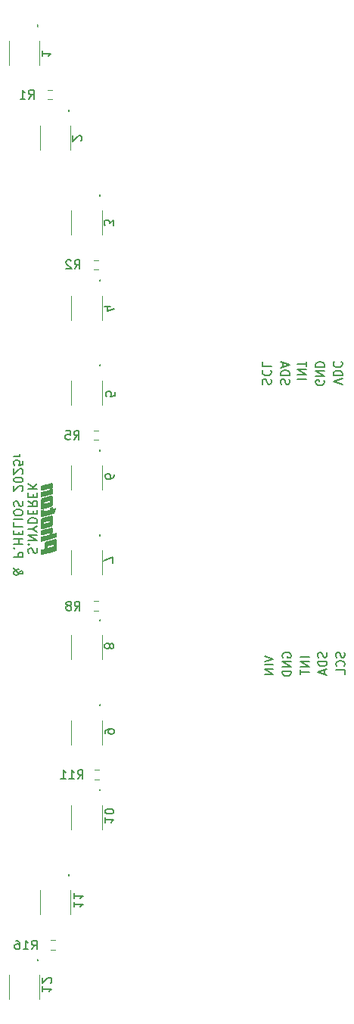
<source format=gbr>
%TF.GenerationSoftware,KiCad,Pcbnew,8.0.3*%
%TF.CreationDate,2025-05-12T21:07:43+02:00*%
%TF.ProjectId,IMU_PCBs,494d555f-5043-4427-932e-6b696361645f,rev?*%
%TF.SameCoordinates,Original*%
%TF.FileFunction,Legend,Bot*%
%TF.FilePolarity,Positive*%
%FSLAX46Y46*%
G04 Gerber Fmt 4.6, Leading zero omitted, Abs format (unit mm)*
G04 Created by KiCad (PCBNEW 8.0.3) date 2025-05-12 21:07:43*
%MOMM*%
%LPD*%
G01*
G04 APERTURE LIST*
%ADD10C,0.170000*%
%ADD11C,0.200000*%
%ADD12C,0.100000*%
%ADD13C,0.120000*%
%ADD14C,0.000000*%
G04 APERTURE END LIST*
D10*
X75548812Y-109433276D02*
X75501192Y-109290419D01*
X75501192Y-109290419D02*
X75501192Y-109052324D01*
X75501192Y-109052324D02*
X75548812Y-108957086D01*
X75548812Y-108957086D02*
X75596431Y-108909467D01*
X75596431Y-108909467D02*
X75691669Y-108861848D01*
X75691669Y-108861848D02*
X75786907Y-108861848D01*
X75786907Y-108861848D02*
X75882145Y-108909467D01*
X75882145Y-108909467D02*
X75929764Y-108957086D01*
X75929764Y-108957086D02*
X75977383Y-109052324D01*
X75977383Y-109052324D02*
X76025002Y-109242800D01*
X76025002Y-109242800D02*
X76072621Y-109338038D01*
X76072621Y-109338038D02*
X76120240Y-109385657D01*
X76120240Y-109385657D02*
X76215478Y-109433276D01*
X76215478Y-109433276D02*
X76310716Y-109433276D01*
X76310716Y-109433276D02*
X76405954Y-109385657D01*
X76405954Y-109385657D02*
X76453573Y-109338038D01*
X76453573Y-109338038D02*
X76501192Y-109242800D01*
X76501192Y-109242800D02*
X76501192Y-109004705D01*
X76501192Y-109004705D02*
X76453573Y-108861848D01*
X75596431Y-108433276D02*
X75548812Y-108385657D01*
X75548812Y-108385657D02*
X75501192Y-108433276D01*
X75501192Y-108433276D02*
X75548812Y-108480895D01*
X75548812Y-108480895D02*
X75596431Y-108433276D01*
X75596431Y-108433276D02*
X75501192Y-108433276D01*
X75501192Y-107957086D02*
X76501192Y-107957086D01*
X76501192Y-107957086D02*
X75501192Y-107385658D01*
X75501192Y-107385658D02*
X76501192Y-107385658D01*
X75977383Y-106718991D02*
X75501192Y-106718991D01*
X76501192Y-107052324D02*
X75977383Y-106718991D01*
X75977383Y-106718991D02*
X76501192Y-106385658D01*
X75501192Y-106052324D02*
X76501192Y-106052324D01*
X76501192Y-106052324D02*
X76501192Y-105814229D01*
X76501192Y-105814229D02*
X76453573Y-105671372D01*
X76453573Y-105671372D02*
X76358335Y-105576134D01*
X76358335Y-105576134D02*
X76263097Y-105528515D01*
X76263097Y-105528515D02*
X76072621Y-105480896D01*
X76072621Y-105480896D02*
X75929764Y-105480896D01*
X75929764Y-105480896D02*
X75739288Y-105528515D01*
X75739288Y-105528515D02*
X75644050Y-105576134D01*
X75644050Y-105576134D02*
X75548812Y-105671372D01*
X75548812Y-105671372D02*
X75501192Y-105814229D01*
X75501192Y-105814229D02*
X75501192Y-106052324D01*
X76025002Y-105052324D02*
X76025002Y-104718991D01*
X75501192Y-104576134D02*
X75501192Y-105052324D01*
X75501192Y-105052324D02*
X76501192Y-105052324D01*
X76501192Y-105052324D02*
X76501192Y-104576134D01*
X75501192Y-103576134D02*
X75977383Y-103909467D01*
X75501192Y-104147562D02*
X76501192Y-104147562D01*
X76501192Y-104147562D02*
X76501192Y-103766610D01*
X76501192Y-103766610D02*
X76453573Y-103671372D01*
X76453573Y-103671372D02*
X76405954Y-103623753D01*
X76405954Y-103623753D02*
X76310716Y-103576134D01*
X76310716Y-103576134D02*
X76167859Y-103576134D01*
X76167859Y-103576134D02*
X76072621Y-103623753D01*
X76072621Y-103623753D02*
X76025002Y-103671372D01*
X76025002Y-103671372D02*
X75977383Y-103766610D01*
X75977383Y-103766610D02*
X75977383Y-104147562D01*
X76025002Y-103147562D02*
X76025002Y-102814229D01*
X75501192Y-102671372D02*
X75501192Y-103147562D01*
X75501192Y-103147562D02*
X76501192Y-103147562D01*
X76501192Y-103147562D02*
X76501192Y-102671372D01*
X75501192Y-102242800D02*
X76501192Y-102242800D01*
X75501192Y-101671372D02*
X76072621Y-102099943D01*
X76501192Y-101671372D02*
X75929764Y-102242800D01*
X73891248Y-111076133D02*
X73891248Y-111123753D01*
X73891248Y-111123753D02*
X73938868Y-111218991D01*
X73938868Y-111218991D02*
X74081725Y-111361848D01*
X74081725Y-111361848D02*
X74367439Y-111599943D01*
X74367439Y-111599943D02*
X74510296Y-111695181D01*
X74510296Y-111695181D02*
X74653153Y-111742800D01*
X74653153Y-111742800D02*
X74748391Y-111742800D01*
X74748391Y-111742800D02*
X74843629Y-111695181D01*
X74843629Y-111695181D02*
X74891248Y-111599943D01*
X74891248Y-111599943D02*
X74891248Y-111552324D01*
X74891248Y-111552324D02*
X74843629Y-111457086D01*
X74843629Y-111457086D02*
X74748391Y-111409467D01*
X74748391Y-111409467D02*
X74700772Y-111409467D01*
X74700772Y-111409467D02*
X74605534Y-111457086D01*
X74605534Y-111457086D02*
X74557915Y-111504705D01*
X74557915Y-111504705D02*
X74367439Y-111790419D01*
X74367439Y-111790419D02*
X74319820Y-111838038D01*
X74319820Y-111838038D02*
X74224582Y-111885657D01*
X74224582Y-111885657D02*
X74081725Y-111885657D01*
X74081725Y-111885657D02*
X73986487Y-111838038D01*
X73986487Y-111838038D02*
X73938868Y-111790419D01*
X73938868Y-111790419D02*
X73891248Y-111695181D01*
X73891248Y-111695181D02*
X73891248Y-111552324D01*
X73891248Y-111552324D02*
X73938868Y-111457086D01*
X73938868Y-111457086D02*
X73986487Y-111409467D01*
X73986487Y-111409467D02*
X74176963Y-111266610D01*
X74176963Y-111266610D02*
X74319820Y-111218991D01*
X74319820Y-111218991D02*
X74415058Y-111218991D01*
X73891248Y-109885657D02*
X74891248Y-109885657D01*
X74891248Y-109885657D02*
X74891248Y-109504705D01*
X74891248Y-109504705D02*
X74843629Y-109409467D01*
X74843629Y-109409467D02*
X74796010Y-109361848D01*
X74796010Y-109361848D02*
X74700772Y-109314229D01*
X74700772Y-109314229D02*
X74557915Y-109314229D01*
X74557915Y-109314229D02*
X74462677Y-109361848D01*
X74462677Y-109361848D02*
X74415058Y-109409467D01*
X74415058Y-109409467D02*
X74367439Y-109504705D01*
X74367439Y-109504705D02*
X74367439Y-109885657D01*
X73986487Y-108885657D02*
X73938868Y-108838038D01*
X73938868Y-108838038D02*
X73891248Y-108885657D01*
X73891248Y-108885657D02*
X73938868Y-108933276D01*
X73938868Y-108933276D02*
X73986487Y-108885657D01*
X73986487Y-108885657D02*
X73891248Y-108885657D01*
X73891248Y-108409467D02*
X74891248Y-108409467D01*
X74415058Y-108409467D02*
X74415058Y-107838039D01*
X73891248Y-107838039D02*
X74891248Y-107838039D01*
X74415058Y-107361848D02*
X74415058Y-107028515D01*
X73891248Y-106885658D02*
X73891248Y-107361848D01*
X73891248Y-107361848D02*
X74891248Y-107361848D01*
X74891248Y-107361848D02*
X74891248Y-106885658D01*
X73891248Y-105980896D02*
X73891248Y-106457086D01*
X73891248Y-106457086D02*
X74891248Y-106457086D01*
X73891248Y-105647562D02*
X74891248Y-105647562D01*
X74891248Y-104980896D02*
X74891248Y-104790420D01*
X74891248Y-104790420D02*
X74843629Y-104695182D01*
X74843629Y-104695182D02*
X74748391Y-104599944D01*
X74748391Y-104599944D02*
X74557915Y-104552325D01*
X74557915Y-104552325D02*
X74224582Y-104552325D01*
X74224582Y-104552325D02*
X74034106Y-104599944D01*
X74034106Y-104599944D02*
X73938868Y-104695182D01*
X73938868Y-104695182D02*
X73891248Y-104790420D01*
X73891248Y-104790420D02*
X73891248Y-104980896D01*
X73891248Y-104980896D02*
X73938868Y-105076134D01*
X73938868Y-105076134D02*
X74034106Y-105171372D01*
X74034106Y-105171372D02*
X74224582Y-105218991D01*
X74224582Y-105218991D02*
X74557915Y-105218991D01*
X74557915Y-105218991D02*
X74748391Y-105171372D01*
X74748391Y-105171372D02*
X74843629Y-105076134D01*
X74843629Y-105076134D02*
X74891248Y-104980896D01*
X73938868Y-104171372D02*
X73891248Y-104028515D01*
X73891248Y-104028515D02*
X73891248Y-103790420D01*
X73891248Y-103790420D02*
X73938868Y-103695182D01*
X73938868Y-103695182D02*
X73986487Y-103647563D01*
X73986487Y-103647563D02*
X74081725Y-103599944D01*
X74081725Y-103599944D02*
X74176963Y-103599944D01*
X74176963Y-103599944D02*
X74272201Y-103647563D01*
X74272201Y-103647563D02*
X74319820Y-103695182D01*
X74319820Y-103695182D02*
X74367439Y-103790420D01*
X74367439Y-103790420D02*
X74415058Y-103980896D01*
X74415058Y-103980896D02*
X74462677Y-104076134D01*
X74462677Y-104076134D02*
X74510296Y-104123753D01*
X74510296Y-104123753D02*
X74605534Y-104171372D01*
X74605534Y-104171372D02*
X74700772Y-104171372D01*
X74700772Y-104171372D02*
X74796010Y-104123753D01*
X74796010Y-104123753D02*
X74843629Y-104076134D01*
X74843629Y-104076134D02*
X74891248Y-103980896D01*
X74891248Y-103980896D02*
X74891248Y-103742801D01*
X74891248Y-103742801D02*
X74843629Y-103599944D01*
X74796010Y-102457086D02*
X74843629Y-102409467D01*
X74843629Y-102409467D02*
X74891248Y-102314229D01*
X74891248Y-102314229D02*
X74891248Y-102076134D01*
X74891248Y-102076134D02*
X74843629Y-101980896D01*
X74843629Y-101980896D02*
X74796010Y-101933277D01*
X74796010Y-101933277D02*
X74700772Y-101885658D01*
X74700772Y-101885658D02*
X74605534Y-101885658D01*
X74605534Y-101885658D02*
X74462677Y-101933277D01*
X74462677Y-101933277D02*
X73891248Y-102504705D01*
X73891248Y-102504705D02*
X73891248Y-101885658D01*
X74891248Y-101266610D02*
X74891248Y-101171372D01*
X74891248Y-101171372D02*
X74843629Y-101076134D01*
X74843629Y-101076134D02*
X74796010Y-101028515D01*
X74796010Y-101028515D02*
X74700772Y-100980896D01*
X74700772Y-100980896D02*
X74510296Y-100933277D01*
X74510296Y-100933277D02*
X74272201Y-100933277D01*
X74272201Y-100933277D02*
X74081725Y-100980896D01*
X74081725Y-100980896D02*
X73986487Y-101028515D01*
X73986487Y-101028515D02*
X73938868Y-101076134D01*
X73938868Y-101076134D02*
X73891248Y-101171372D01*
X73891248Y-101171372D02*
X73891248Y-101266610D01*
X73891248Y-101266610D02*
X73938868Y-101361848D01*
X73938868Y-101361848D02*
X73986487Y-101409467D01*
X73986487Y-101409467D02*
X74081725Y-101457086D01*
X74081725Y-101457086D02*
X74272201Y-101504705D01*
X74272201Y-101504705D02*
X74510296Y-101504705D01*
X74510296Y-101504705D02*
X74700772Y-101457086D01*
X74700772Y-101457086D02*
X74796010Y-101409467D01*
X74796010Y-101409467D02*
X74843629Y-101361848D01*
X74843629Y-101361848D02*
X74891248Y-101266610D01*
X74796010Y-100552324D02*
X74843629Y-100504705D01*
X74843629Y-100504705D02*
X74891248Y-100409467D01*
X74891248Y-100409467D02*
X74891248Y-100171372D01*
X74891248Y-100171372D02*
X74843629Y-100076134D01*
X74843629Y-100076134D02*
X74796010Y-100028515D01*
X74796010Y-100028515D02*
X74700772Y-99980896D01*
X74700772Y-99980896D02*
X74605534Y-99980896D01*
X74605534Y-99980896D02*
X74462677Y-100028515D01*
X74462677Y-100028515D02*
X73891248Y-100599943D01*
X73891248Y-100599943D02*
X73891248Y-99980896D01*
X74891248Y-99076134D02*
X74891248Y-99552324D01*
X74891248Y-99552324D02*
X74415058Y-99599943D01*
X74415058Y-99599943D02*
X74462677Y-99552324D01*
X74462677Y-99552324D02*
X74510296Y-99457086D01*
X74510296Y-99457086D02*
X74510296Y-99218991D01*
X74510296Y-99218991D02*
X74462677Y-99123753D01*
X74462677Y-99123753D02*
X74415058Y-99076134D01*
X74415058Y-99076134D02*
X74319820Y-99028515D01*
X74319820Y-99028515D02*
X74081725Y-99028515D01*
X74081725Y-99028515D02*
X73986487Y-99076134D01*
X73986487Y-99076134D02*
X73938868Y-99123753D01*
X73938868Y-99123753D02*
X73891248Y-99218991D01*
X73891248Y-99218991D02*
X73891248Y-99457086D01*
X73891248Y-99457086D02*
X73938868Y-99552324D01*
X73938868Y-99552324D02*
X73986487Y-99599943D01*
X73891248Y-98599943D02*
X74557915Y-98599943D01*
X74367439Y-98599943D02*
X74462677Y-98552324D01*
X74462677Y-98552324D02*
X74510296Y-98504705D01*
X74510296Y-98504705D02*
X74557915Y-98409467D01*
X74557915Y-98409467D02*
X74557915Y-98314229D01*
X77116220Y-157881848D02*
X77116220Y-158453276D01*
X77116220Y-158167562D02*
X78116220Y-158167562D01*
X78116220Y-158167562D02*
X77973363Y-158262800D01*
X77973363Y-158262800D02*
X77878125Y-158358038D01*
X77878125Y-158358038D02*
X77830506Y-158453276D01*
X78020982Y-157500895D02*
X78068601Y-157453276D01*
X78068601Y-157453276D02*
X78116220Y-157358038D01*
X78116220Y-157358038D02*
X78116220Y-157119943D01*
X78116220Y-157119943D02*
X78068601Y-157024705D01*
X78068601Y-157024705D02*
X78020982Y-156977086D01*
X78020982Y-156977086D02*
X77925744Y-156929467D01*
X77925744Y-156929467D02*
X77830506Y-156929467D01*
X77830506Y-156929467D02*
X77687649Y-156977086D01*
X77687649Y-156977086D02*
X77116220Y-157548514D01*
X77116220Y-157548514D02*
X77116220Y-156929467D01*
X85116220Y-100640895D02*
X85116220Y-100831371D01*
X85116220Y-100831371D02*
X85068601Y-100926609D01*
X85068601Y-100926609D02*
X85020982Y-100974228D01*
X85020982Y-100974228D02*
X84878125Y-101069466D01*
X84878125Y-101069466D02*
X84687649Y-101117085D01*
X84687649Y-101117085D02*
X84306697Y-101117085D01*
X84306697Y-101117085D02*
X84211459Y-101069466D01*
X84211459Y-101069466D02*
X84163840Y-101021847D01*
X84163840Y-101021847D02*
X84116220Y-100926609D01*
X84116220Y-100926609D02*
X84116220Y-100736133D01*
X84116220Y-100736133D02*
X84163840Y-100640895D01*
X84163840Y-100640895D02*
X84211459Y-100593276D01*
X84211459Y-100593276D02*
X84306697Y-100545657D01*
X84306697Y-100545657D02*
X84544792Y-100545657D01*
X84544792Y-100545657D02*
X84640030Y-100593276D01*
X84640030Y-100593276D02*
X84687649Y-100640895D01*
X84687649Y-100640895D02*
X84735268Y-100736133D01*
X84735268Y-100736133D02*
X84735268Y-100926609D01*
X84735268Y-100926609D02*
X84687649Y-101021847D01*
X84687649Y-101021847D02*
X84640030Y-101069466D01*
X84640030Y-101069466D02*
X84544792Y-101117085D01*
X77036220Y-53245657D02*
X77036220Y-53817085D01*
X77036220Y-53531371D02*
X78036220Y-53531371D01*
X78036220Y-53531371D02*
X77893363Y-53626609D01*
X77893363Y-53626609D02*
X77798125Y-53721847D01*
X77798125Y-53721847D02*
X77750506Y-53817085D01*
X84617649Y-119896609D02*
X84665268Y-119991847D01*
X84665268Y-119991847D02*
X84712887Y-120039466D01*
X84712887Y-120039466D02*
X84808125Y-120087085D01*
X84808125Y-120087085D02*
X84855744Y-120087085D01*
X84855744Y-120087085D02*
X84950982Y-120039466D01*
X84950982Y-120039466D02*
X84998601Y-119991847D01*
X84998601Y-119991847D02*
X85046220Y-119896609D01*
X85046220Y-119896609D02*
X85046220Y-119706133D01*
X85046220Y-119706133D02*
X84998601Y-119610895D01*
X84998601Y-119610895D02*
X84950982Y-119563276D01*
X84950982Y-119563276D02*
X84855744Y-119515657D01*
X84855744Y-119515657D02*
X84808125Y-119515657D01*
X84808125Y-119515657D02*
X84712887Y-119563276D01*
X84712887Y-119563276D02*
X84665268Y-119610895D01*
X84665268Y-119610895D02*
X84617649Y-119706133D01*
X84617649Y-119706133D02*
X84617649Y-119896609D01*
X84617649Y-119896609D02*
X84570030Y-119991847D01*
X84570030Y-119991847D02*
X84522411Y-120039466D01*
X84522411Y-120039466D02*
X84427173Y-120087085D01*
X84427173Y-120087085D02*
X84236697Y-120087085D01*
X84236697Y-120087085D02*
X84141459Y-120039466D01*
X84141459Y-120039466D02*
X84093840Y-119991847D01*
X84093840Y-119991847D02*
X84046220Y-119896609D01*
X84046220Y-119896609D02*
X84046220Y-119706133D01*
X84046220Y-119706133D02*
X84093840Y-119610895D01*
X84093840Y-119610895D02*
X84141459Y-119563276D01*
X84141459Y-119563276D02*
X84236697Y-119515657D01*
X84236697Y-119515657D02*
X84427173Y-119515657D01*
X84427173Y-119515657D02*
X84522411Y-119563276D01*
X84522411Y-119563276D02*
X84570030Y-119610895D01*
X84570030Y-119610895D02*
X84617649Y-119706133D01*
X84996220Y-72774704D02*
X84996220Y-72155657D01*
X84996220Y-72155657D02*
X84615268Y-72488990D01*
X84615268Y-72488990D02*
X84615268Y-72346133D01*
X84615268Y-72346133D02*
X84567649Y-72250895D01*
X84567649Y-72250895D02*
X84520030Y-72203276D01*
X84520030Y-72203276D02*
X84424792Y-72155657D01*
X84424792Y-72155657D02*
X84186697Y-72155657D01*
X84186697Y-72155657D02*
X84091459Y-72203276D01*
X84091459Y-72203276D02*
X84043840Y-72250895D01*
X84043840Y-72250895D02*
X83996220Y-72346133D01*
X83996220Y-72346133D02*
X83996220Y-72631847D01*
X83996220Y-72631847D02*
X84043840Y-72727085D01*
X84043840Y-72727085D02*
X84091459Y-72774704D01*
X81390982Y-63297085D02*
X81438601Y-63249466D01*
X81438601Y-63249466D02*
X81486220Y-63154228D01*
X81486220Y-63154228D02*
X81486220Y-62916133D01*
X81486220Y-62916133D02*
X81438601Y-62820895D01*
X81438601Y-62820895D02*
X81390982Y-62773276D01*
X81390982Y-62773276D02*
X81295744Y-62725657D01*
X81295744Y-62725657D02*
X81200506Y-62725657D01*
X81200506Y-62725657D02*
X81057649Y-62773276D01*
X81057649Y-62773276D02*
X80486220Y-63344704D01*
X80486220Y-63344704D02*
X80486220Y-62725657D01*
X80636220Y-148431848D02*
X80636220Y-149003276D01*
X80636220Y-148717562D02*
X81636220Y-148717562D01*
X81636220Y-148717562D02*
X81493363Y-148812800D01*
X81493363Y-148812800D02*
X81398125Y-148908038D01*
X81398125Y-148908038D02*
X81350506Y-149003276D01*
X80636220Y-147479467D02*
X80636220Y-148050895D01*
X80636220Y-147765181D02*
X81636220Y-147765181D01*
X81636220Y-147765181D02*
X81493363Y-147860419D01*
X81493363Y-147860419D02*
X81398125Y-147955657D01*
X81398125Y-147955657D02*
X81350506Y-148050895D01*
X84722887Y-81860895D02*
X84056220Y-81860895D01*
X85103840Y-82098990D02*
X84389554Y-82337085D01*
X84389554Y-82337085D02*
X84389554Y-81718038D01*
X84096220Y-129561847D02*
X84096220Y-129371371D01*
X84096220Y-129371371D02*
X84143840Y-129276133D01*
X84143840Y-129276133D02*
X84191459Y-129228514D01*
X84191459Y-129228514D02*
X84334316Y-129133276D01*
X84334316Y-129133276D02*
X84524792Y-129085657D01*
X84524792Y-129085657D02*
X84905744Y-129085657D01*
X84905744Y-129085657D02*
X85000982Y-129133276D01*
X85000982Y-129133276D02*
X85048601Y-129180895D01*
X85048601Y-129180895D02*
X85096220Y-129276133D01*
X85096220Y-129276133D02*
X85096220Y-129466609D01*
X85096220Y-129466609D02*
X85048601Y-129561847D01*
X85048601Y-129561847D02*
X85000982Y-129609466D01*
X85000982Y-129609466D02*
X84905744Y-129657085D01*
X84905744Y-129657085D02*
X84667649Y-129657085D01*
X84667649Y-129657085D02*
X84572411Y-129609466D01*
X84572411Y-129609466D02*
X84524792Y-129561847D01*
X84524792Y-129561847D02*
X84477173Y-129466609D01*
X84477173Y-129466609D02*
X84477173Y-129276133D01*
X84477173Y-129276133D02*
X84524792Y-129180895D01*
X84524792Y-129180895D02*
X84572411Y-129133276D01*
X84572411Y-129133276D02*
X84667649Y-129085657D01*
X84066220Y-138971848D02*
X84066220Y-139543276D01*
X84066220Y-139257562D02*
X85066220Y-139257562D01*
X85066220Y-139257562D02*
X84923363Y-139352800D01*
X84923363Y-139352800D02*
X84828125Y-139448038D01*
X84828125Y-139448038D02*
X84780506Y-139543276D01*
X85066220Y-138352800D02*
X85066220Y-138257562D01*
X85066220Y-138257562D02*
X85018601Y-138162324D01*
X85018601Y-138162324D02*
X84970982Y-138114705D01*
X84970982Y-138114705D02*
X84875744Y-138067086D01*
X84875744Y-138067086D02*
X84685268Y-138019467D01*
X84685268Y-138019467D02*
X84447173Y-138019467D01*
X84447173Y-138019467D02*
X84256697Y-138067086D01*
X84256697Y-138067086D02*
X84161459Y-138114705D01*
X84161459Y-138114705D02*
X84113840Y-138162324D01*
X84113840Y-138162324D02*
X84066220Y-138257562D01*
X84066220Y-138257562D02*
X84066220Y-138352800D01*
X84066220Y-138352800D02*
X84113840Y-138448038D01*
X84113840Y-138448038D02*
X84161459Y-138495657D01*
X84161459Y-138495657D02*
X84256697Y-138543276D01*
X84256697Y-138543276D02*
X84447173Y-138590895D01*
X84447173Y-138590895D02*
X84685268Y-138590895D01*
X84685268Y-138590895D02*
X84875744Y-138543276D01*
X84875744Y-138543276D02*
X84970982Y-138495657D01*
X84970982Y-138495657D02*
X85018601Y-138448038D01*
X85018601Y-138448038D02*
X85066220Y-138352800D01*
X84976220Y-110554704D02*
X84976220Y-109888038D01*
X84976220Y-109888038D02*
X83976220Y-110316609D01*
X85176220Y-91383276D02*
X85176220Y-91859466D01*
X85176220Y-91859466D02*
X84700030Y-91907085D01*
X84700030Y-91907085D02*
X84747649Y-91859466D01*
X84747649Y-91859466D02*
X84795268Y-91764228D01*
X84795268Y-91764228D02*
X84795268Y-91526133D01*
X84795268Y-91526133D02*
X84747649Y-91430895D01*
X84747649Y-91430895D02*
X84700030Y-91383276D01*
X84700030Y-91383276D02*
X84604792Y-91335657D01*
X84604792Y-91335657D02*
X84366697Y-91335657D01*
X84366697Y-91335657D02*
X84271459Y-91383276D01*
X84271459Y-91383276D02*
X84223840Y-91430895D01*
X84223840Y-91430895D02*
X84176220Y-91526133D01*
X84176220Y-91526133D02*
X84176220Y-91764228D01*
X84176220Y-91764228D02*
X84223840Y-91859466D01*
X84223840Y-91859466D02*
X84271459Y-91907085D01*
X110881160Y-120512318D02*
X110928779Y-120655175D01*
X110928779Y-120655175D02*
X110928779Y-120893270D01*
X110928779Y-120893270D02*
X110881160Y-120988508D01*
X110881160Y-120988508D02*
X110833540Y-121036127D01*
X110833540Y-121036127D02*
X110738302Y-121083746D01*
X110738302Y-121083746D02*
X110643064Y-121083746D01*
X110643064Y-121083746D02*
X110547826Y-121036127D01*
X110547826Y-121036127D02*
X110500207Y-120988508D01*
X110500207Y-120988508D02*
X110452588Y-120893270D01*
X110452588Y-120893270D02*
X110404969Y-120702794D01*
X110404969Y-120702794D02*
X110357350Y-120607556D01*
X110357350Y-120607556D02*
X110309731Y-120559937D01*
X110309731Y-120559937D02*
X110214493Y-120512318D01*
X110214493Y-120512318D02*
X110119255Y-120512318D01*
X110119255Y-120512318D02*
X110024017Y-120559937D01*
X110024017Y-120559937D02*
X109976398Y-120607556D01*
X109976398Y-120607556D02*
X109928779Y-120702794D01*
X109928779Y-120702794D02*
X109928779Y-120940889D01*
X109928779Y-120940889D02*
X109976398Y-121083746D01*
X110833540Y-122083746D02*
X110881160Y-122036127D01*
X110881160Y-122036127D02*
X110928779Y-121893270D01*
X110928779Y-121893270D02*
X110928779Y-121798032D01*
X110928779Y-121798032D02*
X110881160Y-121655175D01*
X110881160Y-121655175D02*
X110785921Y-121559937D01*
X110785921Y-121559937D02*
X110690683Y-121512318D01*
X110690683Y-121512318D02*
X110500207Y-121464699D01*
X110500207Y-121464699D02*
X110357350Y-121464699D01*
X110357350Y-121464699D02*
X110166874Y-121512318D01*
X110166874Y-121512318D02*
X110071636Y-121559937D01*
X110071636Y-121559937D02*
X109976398Y-121655175D01*
X109976398Y-121655175D02*
X109928779Y-121798032D01*
X109928779Y-121798032D02*
X109928779Y-121893270D01*
X109928779Y-121893270D02*
X109976398Y-122036127D01*
X109976398Y-122036127D02*
X110024017Y-122083746D01*
X110928779Y-122988508D02*
X110928779Y-122512318D01*
X110928779Y-122512318D02*
X109928779Y-122512318D01*
X103976398Y-121083746D02*
X103928779Y-120988508D01*
X103928779Y-120988508D02*
X103928779Y-120845651D01*
X103928779Y-120845651D02*
X103976398Y-120702794D01*
X103976398Y-120702794D02*
X104071636Y-120607556D01*
X104071636Y-120607556D02*
X104166874Y-120559937D01*
X104166874Y-120559937D02*
X104357350Y-120512318D01*
X104357350Y-120512318D02*
X104500207Y-120512318D01*
X104500207Y-120512318D02*
X104690683Y-120559937D01*
X104690683Y-120559937D02*
X104785921Y-120607556D01*
X104785921Y-120607556D02*
X104881160Y-120702794D01*
X104881160Y-120702794D02*
X104928779Y-120845651D01*
X104928779Y-120845651D02*
X104928779Y-120940889D01*
X104928779Y-120940889D02*
X104881160Y-121083746D01*
X104881160Y-121083746D02*
X104833540Y-121131365D01*
X104833540Y-121131365D02*
X104500207Y-121131365D01*
X104500207Y-121131365D02*
X104500207Y-120940889D01*
X104928779Y-121559937D02*
X103928779Y-121559937D01*
X103928779Y-121559937D02*
X104928779Y-122131365D01*
X104928779Y-122131365D02*
X103928779Y-122131365D01*
X104928779Y-122607556D02*
X103928779Y-122607556D01*
X103928779Y-122607556D02*
X103928779Y-122845651D01*
X103928779Y-122845651D02*
X103976398Y-122988508D01*
X103976398Y-122988508D02*
X104071636Y-123083746D01*
X104071636Y-123083746D02*
X104166874Y-123131365D01*
X104166874Y-123131365D02*
X104357350Y-123178984D01*
X104357350Y-123178984D02*
X104500207Y-123178984D01*
X104500207Y-123178984D02*
X104690683Y-123131365D01*
X104690683Y-123131365D02*
X104785921Y-123083746D01*
X104785921Y-123083746D02*
X104881160Y-122988508D01*
X104881160Y-122988508D02*
X104928779Y-122845651D01*
X104928779Y-122845651D02*
X104928779Y-122607556D01*
X103798840Y-90527681D02*
X103751220Y-90384824D01*
X103751220Y-90384824D02*
X103751220Y-90146729D01*
X103751220Y-90146729D02*
X103798840Y-90051491D01*
X103798840Y-90051491D02*
X103846459Y-90003872D01*
X103846459Y-90003872D02*
X103941697Y-89956253D01*
X103941697Y-89956253D02*
X104036935Y-89956253D01*
X104036935Y-89956253D02*
X104132173Y-90003872D01*
X104132173Y-90003872D02*
X104179792Y-90051491D01*
X104179792Y-90051491D02*
X104227411Y-90146729D01*
X104227411Y-90146729D02*
X104275030Y-90337205D01*
X104275030Y-90337205D02*
X104322649Y-90432443D01*
X104322649Y-90432443D02*
X104370268Y-90480062D01*
X104370268Y-90480062D02*
X104465506Y-90527681D01*
X104465506Y-90527681D02*
X104560744Y-90527681D01*
X104560744Y-90527681D02*
X104655982Y-90480062D01*
X104655982Y-90480062D02*
X104703601Y-90432443D01*
X104703601Y-90432443D02*
X104751220Y-90337205D01*
X104751220Y-90337205D02*
X104751220Y-90099110D01*
X104751220Y-90099110D02*
X104703601Y-89956253D01*
X103751220Y-89527681D02*
X104751220Y-89527681D01*
X104751220Y-89527681D02*
X104751220Y-89289586D01*
X104751220Y-89289586D02*
X104703601Y-89146729D01*
X104703601Y-89146729D02*
X104608363Y-89051491D01*
X104608363Y-89051491D02*
X104513125Y-89003872D01*
X104513125Y-89003872D02*
X104322649Y-88956253D01*
X104322649Y-88956253D02*
X104179792Y-88956253D01*
X104179792Y-88956253D02*
X103989316Y-89003872D01*
X103989316Y-89003872D02*
X103894078Y-89051491D01*
X103894078Y-89051491D02*
X103798840Y-89146729D01*
X103798840Y-89146729D02*
X103751220Y-89289586D01*
X103751220Y-89289586D02*
X103751220Y-89527681D01*
X104036935Y-88575300D02*
X104036935Y-88099110D01*
X103751220Y-88670538D02*
X104751220Y-88337205D01*
X104751220Y-88337205D02*
X103751220Y-88003872D01*
X101748840Y-90527681D02*
X101701220Y-90384824D01*
X101701220Y-90384824D02*
X101701220Y-90146729D01*
X101701220Y-90146729D02*
X101748840Y-90051491D01*
X101748840Y-90051491D02*
X101796459Y-90003872D01*
X101796459Y-90003872D02*
X101891697Y-89956253D01*
X101891697Y-89956253D02*
X101986935Y-89956253D01*
X101986935Y-89956253D02*
X102082173Y-90003872D01*
X102082173Y-90003872D02*
X102129792Y-90051491D01*
X102129792Y-90051491D02*
X102177411Y-90146729D01*
X102177411Y-90146729D02*
X102225030Y-90337205D01*
X102225030Y-90337205D02*
X102272649Y-90432443D01*
X102272649Y-90432443D02*
X102320268Y-90480062D01*
X102320268Y-90480062D02*
X102415506Y-90527681D01*
X102415506Y-90527681D02*
X102510744Y-90527681D01*
X102510744Y-90527681D02*
X102605982Y-90480062D01*
X102605982Y-90480062D02*
X102653601Y-90432443D01*
X102653601Y-90432443D02*
X102701220Y-90337205D01*
X102701220Y-90337205D02*
X102701220Y-90099110D01*
X102701220Y-90099110D02*
X102653601Y-89956253D01*
X101796459Y-88956253D02*
X101748840Y-89003872D01*
X101748840Y-89003872D02*
X101701220Y-89146729D01*
X101701220Y-89146729D02*
X101701220Y-89241967D01*
X101701220Y-89241967D02*
X101748840Y-89384824D01*
X101748840Y-89384824D02*
X101844078Y-89480062D01*
X101844078Y-89480062D02*
X101939316Y-89527681D01*
X101939316Y-89527681D02*
X102129792Y-89575300D01*
X102129792Y-89575300D02*
X102272649Y-89575300D01*
X102272649Y-89575300D02*
X102463125Y-89527681D01*
X102463125Y-89527681D02*
X102558363Y-89480062D01*
X102558363Y-89480062D02*
X102653601Y-89384824D01*
X102653601Y-89384824D02*
X102701220Y-89241967D01*
X102701220Y-89241967D02*
X102701220Y-89146729D01*
X102701220Y-89146729D02*
X102653601Y-89003872D01*
X102653601Y-89003872D02*
X102605982Y-88956253D01*
X101701220Y-88051491D02*
X101701220Y-88527681D01*
X101701220Y-88527681D02*
X102701220Y-88527681D01*
X106928779Y-121059937D02*
X105928779Y-121059937D01*
X106928779Y-121536127D02*
X105928779Y-121536127D01*
X105928779Y-121536127D02*
X106928779Y-122107555D01*
X106928779Y-122107555D02*
X105928779Y-122107555D01*
X105928779Y-122440889D02*
X105928779Y-123012317D01*
X106928779Y-122726603D02*
X105928779Y-122726603D01*
X108881160Y-120512318D02*
X108928779Y-120655175D01*
X108928779Y-120655175D02*
X108928779Y-120893270D01*
X108928779Y-120893270D02*
X108881160Y-120988508D01*
X108881160Y-120988508D02*
X108833540Y-121036127D01*
X108833540Y-121036127D02*
X108738302Y-121083746D01*
X108738302Y-121083746D02*
X108643064Y-121083746D01*
X108643064Y-121083746D02*
X108547826Y-121036127D01*
X108547826Y-121036127D02*
X108500207Y-120988508D01*
X108500207Y-120988508D02*
X108452588Y-120893270D01*
X108452588Y-120893270D02*
X108404969Y-120702794D01*
X108404969Y-120702794D02*
X108357350Y-120607556D01*
X108357350Y-120607556D02*
X108309731Y-120559937D01*
X108309731Y-120559937D02*
X108214493Y-120512318D01*
X108214493Y-120512318D02*
X108119255Y-120512318D01*
X108119255Y-120512318D02*
X108024017Y-120559937D01*
X108024017Y-120559937D02*
X107976398Y-120607556D01*
X107976398Y-120607556D02*
X107928779Y-120702794D01*
X107928779Y-120702794D02*
X107928779Y-120940889D01*
X107928779Y-120940889D02*
X107976398Y-121083746D01*
X108928779Y-121512318D02*
X107928779Y-121512318D01*
X107928779Y-121512318D02*
X107928779Y-121750413D01*
X107928779Y-121750413D02*
X107976398Y-121893270D01*
X107976398Y-121893270D02*
X108071636Y-121988508D01*
X108071636Y-121988508D02*
X108166874Y-122036127D01*
X108166874Y-122036127D02*
X108357350Y-122083746D01*
X108357350Y-122083746D02*
X108500207Y-122083746D01*
X108500207Y-122083746D02*
X108690683Y-122036127D01*
X108690683Y-122036127D02*
X108785921Y-121988508D01*
X108785921Y-121988508D02*
X108881160Y-121893270D01*
X108881160Y-121893270D02*
X108928779Y-121750413D01*
X108928779Y-121750413D02*
X108928779Y-121512318D01*
X108643064Y-122464699D02*
X108643064Y-122940889D01*
X108928779Y-122369461D02*
X107928779Y-122702794D01*
X107928779Y-122702794D02*
X108928779Y-123036127D01*
X105601220Y-89930062D02*
X106601220Y-89930062D01*
X105601220Y-89453872D02*
X106601220Y-89453872D01*
X106601220Y-89453872D02*
X105601220Y-88882444D01*
X105601220Y-88882444D02*
X106601220Y-88882444D01*
X106601220Y-88549110D02*
X106601220Y-87977682D01*
X105601220Y-88263396D02*
X106601220Y-88263396D01*
X101928779Y-120917080D02*
X102928779Y-121250413D01*
X102928779Y-121250413D02*
X101928779Y-121583746D01*
X102928779Y-121917080D02*
X101928779Y-121917080D01*
X102928779Y-122393270D02*
X101928779Y-122393270D01*
X101928779Y-122393270D02*
X102928779Y-122964698D01*
X102928779Y-122964698D02*
X101928779Y-122964698D01*
X108603601Y-90106253D02*
X108651220Y-90201491D01*
X108651220Y-90201491D02*
X108651220Y-90344348D01*
X108651220Y-90344348D02*
X108603601Y-90487205D01*
X108603601Y-90487205D02*
X108508363Y-90582443D01*
X108508363Y-90582443D02*
X108413125Y-90630062D01*
X108413125Y-90630062D02*
X108222649Y-90677681D01*
X108222649Y-90677681D02*
X108079792Y-90677681D01*
X108079792Y-90677681D02*
X107889316Y-90630062D01*
X107889316Y-90630062D02*
X107794078Y-90582443D01*
X107794078Y-90582443D02*
X107698840Y-90487205D01*
X107698840Y-90487205D02*
X107651220Y-90344348D01*
X107651220Y-90344348D02*
X107651220Y-90249110D01*
X107651220Y-90249110D02*
X107698840Y-90106253D01*
X107698840Y-90106253D02*
X107746459Y-90058634D01*
X107746459Y-90058634D02*
X108079792Y-90058634D01*
X108079792Y-90058634D02*
X108079792Y-90249110D01*
X107651220Y-89630062D02*
X108651220Y-89630062D01*
X108651220Y-89630062D02*
X107651220Y-89058634D01*
X107651220Y-89058634D02*
X108651220Y-89058634D01*
X107651220Y-88582443D02*
X108651220Y-88582443D01*
X108651220Y-88582443D02*
X108651220Y-88344348D01*
X108651220Y-88344348D02*
X108603601Y-88201491D01*
X108603601Y-88201491D02*
X108508363Y-88106253D01*
X108508363Y-88106253D02*
X108413125Y-88058634D01*
X108413125Y-88058634D02*
X108222649Y-88011015D01*
X108222649Y-88011015D02*
X108079792Y-88011015D01*
X108079792Y-88011015D02*
X107889316Y-88058634D01*
X107889316Y-88058634D02*
X107794078Y-88106253D01*
X107794078Y-88106253D02*
X107698840Y-88201491D01*
X107698840Y-88201491D02*
X107651220Y-88344348D01*
X107651220Y-88344348D02*
X107651220Y-88582443D01*
X110651220Y-90572919D02*
X109651220Y-90239586D01*
X109651220Y-90239586D02*
X110651220Y-89906253D01*
X109651220Y-89572919D02*
X110651220Y-89572919D01*
X110651220Y-89572919D02*
X110651220Y-89334824D01*
X110651220Y-89334824D02*
X110603601Y-89191967D01*
X110603601Y-89191967D02*
X110508363Y-89096729D01*
X110508363Y-89096729D02*
X110413125Y-89049110D01*
X110413125Y-89049110D02*
X110222649Y-89001491D01*
X110222649Y-89001491D02*
X110079792Y-89001491D01*
X110079792Y-89001491D02*
X109889316Y-89049110D01*
X109889316Y-89049110D02*
X109794078Y-89096729D01*
X109794078Y-89096729D02*
X109698840Y-89191967D01*
X109698840Y-89191967D02*
X109651220Y-89334824D01*
X109651220Y-89334824D02*
X109651220Y-89572919D01*
X109746459Y-88001491D02*
X109698840Y-88049110D01*
X109698840Y-88049110D02*
X109651220Y-88191967D01*
X109651220Y-88191967D02*
X109651220Y-88287205D01*
X109651220Y-88287205D02*
X109698840Y-88430062D01*
X109698840Y-88430062D02*
X109794078Y-88525300D01*
X109794078Y-88525300D02*
X109889316Y-88572919D01*
X109889316Y-88572919D02*
X110079792Y-88620538D01*
X110079792Y-88620538D02*
X110222649Y-88620538D01*
X110222649Y-88620538D02*
X110413125Y-88572919D01*
X110413125Y-88572919D02*
X110508363Y-88525300D01*
X110508363Y-88525300D02*
X110603601Y-88430062D01*
X110603601Y-88430062D02*
X110651220Y-88287205D01*
X110651220Y-88287205D02*
X110651220Y-88191967D01*
X110651220Y-88191967D02*
X110603601Y-88049110D01*
X110603601Y-88049110D02*
X110555982Y-88001491D01*
X81032857Y-134685151D02*
X81366190Y-134208960D01*
X81604285Y-134685151D02*
X81604285Y-133685151D01*
X81604285Y-133685151D02*
X81223333Y-133685151D01*
X81223333Y-133685151D02*
X81128095Y-133732770D01*
X81128095Y-133732770D02*
X81080476Y-133780389D01*
X81080476Y-133780389D02*
X81032857Y-133875627D01*
X81032857Y-133875627D02*
X81032857Y-134018484D01*
X81032857Y-134018484D02*
X81080476Y-134113722D01*
X81080476Y-134113722D02*
X81128095Y-134161341D01*
X81128095Y-134161341D02*
X81223333Y-134208960D01*
X81223333Y-134208960D02*
X81604285Y-134208960D01*
X80080476Y-134685151D02*
X80651904Y-134685151D01*
X80366190Y-134685151D02*
X80366190Y-133685151D01*
X80366190Y-133685151D02*
X80461428Y-133828008D01*
X80461428Y-133828008D02*
X80556666Y-133923246D01*
X80556666Y-133923246D02*
X80651904Y-133970865D01*
X79128095Y-134685151D02*
X79699523Y-134685151D01*
X79413809Y-134685151D02*
X79413809Y-133685151D01*
X79413809Y-133685151D02*
X79509047Y-133828008D01*
X79509047Y-133828008D02*
X79604285Y-133923246D01*
X79604285Y-133923246D02*
X79699523Y-133970865D01*
X80606666Y-96725151D02*
X80939999Y-96248960D01*
X81178094Y-96725151D02*
X81178094Y-95725151D01*
X81178094Y-95725151D02*
X80797142Y-95725151D01*
X80797142Y-95725151D02*
X80701904Y-95772770D01*
X80701904Y-95772770D02*
X80654285Y-95820389D01*
X80654285Y-95820389D02*
X80606666Y-95915627D01*
X80606666Y-95915627D02*
X80606666Y-96058484D01*
X80606666Y-96058484D02*
X80654285Y-96153722D01*
X80654285Y-96153722D02*
X80701904Y-96201341D01*
X80701904Y-96201341D02*
X80797142Y-96248960D01*
X80797142Y-96248960D02*
X81178094Y-96248960D01*
X79701904Y-95725151D02*
X80178094Y-95725151D01*
X80178094Y-95725151D02*
X80225713Y-96201341D01*
X80225713Y-96201341D02*
X80178094Y-96153722D01*
X80178094Y-96153722D02*
X80082856Y-96106103D01*
X80082856Y-96106103D02*
X79844761Y-96106103D01*
X79844761Y-96106103D02*
X79749523Y-96153722D01*
X79749523Y-96153722D02*
X79701904Y-96201341D01*
X79701904Y-96201341D02*
X79654285Y-96296579D01*
X79654285Y-96296579D02*
X79654285Y-96534674D01*
X79654285Y-96534674D02*
X79701904Y-96629912D01*
X79701904Y-96629912D02*
X79749523Y-96677532D01*
X79749523Y-96677532D02*
X79844761Y-96725151D01*
X79844761Y-96725151D02*
X80082856Y-96725151D01*
X80082856Y-96725151D02*
X80178094Y-96677532D01*
X80178094Y-96677532D02*
X80225713Y-96629912D01*
X75882857Y-153755151D02*
X76216190Y-153278960D01*
X76454285Y-153755151D02*
X76454285Y-152755151D01*
X76454285Y-152755151D02*
X76073333Y-152755151D01*
X76073333Y-152755151D02*
X75978095Y-152802770D01*
X75978095Y-152802770D02*
X75930476Y-152850389D01*
X75930476Y-152850389D02*
X75882857Y-152945627D01*
X75882857Y-152945627D02*
X75882857Y-153088484D01*
X75882857Y-153088484D02*
X75930476Y-153183722D01*
X75930476Y-153183722D02*
X75978095Y-153231341D01*
X75978095Y-153231341D02*
X76073333Y-153278960D01*
X76073333Y-153278960D02*
X76454285Y-153278960D01*
X74930476Y-153755151D02*
X75501904Y-153755151D01*
X75216190Y-153755151D02*
X75216190Y-152755151D01*
X75216190Y-152755151D02*
X75311428Y-152898008D01*
X75311428Y-152898008D02*
X75406666Y-152993246D01*
X75406666Y-152993246D02*
X75501904Y-153040865D01*
X74073333Y-152755151D02*
X74263809Y-152755151D01*
X74263809Y-152755151D02*
X74359047Y-152802770D01*
X74359047Y-152802770D02*
X74406666Y-152850389D01*
X74406666Y-152850389D02*
X74501904Y-152993246D01*
X74501904Y-152993246D02*
X74549523Y-153183722D01*
X74549523Y-153183722D02*
X74549523Y-153564674D01*
X74549523Y-153564674D02*
X74501904Y-153659912D01*
X74501904Y-153659912D02*
X74454285Y-153707532D01*
X74454285Y-153707532D02*
X74359047Y-153755151D01*
X74359047Y-153755151D02*
X74168571Y-153755151D01*
X74168571Y-153755151D02*
X74073333Y-153707532D01*
X74073333Y-153707532D02*
X74025714Y-153659912D01*
X74025714Y-153659912D02*
X73978095Y-153564674D01*
X73978095Y-153564674D02*
X73978095Y-153326579D01*
X73978095Y-153326579D02*
X74025714Y-153231341D01*
X74025714Y-153231341D02*
X74073333Y-153183722D01*
X74073333Y-153183722D02*
X74168571Y-153136103D01*
X74168571Y-153136103D02*
X74359047Y-153136103D01*
X74359047Y-153136103D02*
X74454285Y-153183722D01*
X74454285Y-153183722D02*
X74501904Y-153231341D01*
X74501904Y-153231341D02*
X74549523Y-153326579D01*
X80686666Y-115845151D02*
X81019999Y-115368960D01*
X81258094Y-115845151D02*
X81258094Y-114845151D01*
X81258094Y-114845151D02*
X80877142Y-114845151D01*
X80877142Y-114845151D02*
X80781904Y-114892770D01*
X80781904Y-114892770D02*
X80734285Y-114940389D01*
X80734285Y-114940389D02*
X80686666Y-115035627D01*
X80686666Y-115035627D02*
X80686666Y-115178484D01*
X80686666Y-115178484D02*
X80734285Y-115273722D01*
X80734285Y-115273722D02*
X80781904Y-115321341D01*
X80781904Y-115321341D02*
X80877142Y-115368960D01*
X80877142Y-115368960D02*
X81258094Y-115368960D01*
X80115237Y-115273722D02*
X80210475Y-115226103D01*
X80210475Y-115226103D02*
X80258094Y-115178484D01*
X80258094Y-115178484D02*
X80305713Y-115083246D01*
X80305713Y-115083246D02*
X80305713Y-115035627D01*
X80305713Y-115035627D02*
X80258094Y-114940389D01*
X80258094Y-114940389D02*
X80210475Y-114892770D01*
X80210475Y-114892770D02*
X80115237Y-114845151D01*
X80115237Y-114845151D02*
X79924761Y-114845151D01*
X79924761Y-114845151D02*
X79829523Y-114892770D01*
X79829523Y-114892770D02*
X79781904Y-114940389D01*
X79781904Y-114940389D02*
X79734285Y-115035627D01*
X79734285Y-115035627D02*
X79734285Y-115083246D01*
X79734285Y-115083246D02*
X79781904Y-115178484D01*
X79781904Y-115178484D02*
X79829523Y-115226103D01*
X79829523Y-115226103D02*
X79924761Y-115273722D01*
X79924761Y-115273722D02*
X80115237Y-115273722D01*
X80115237Y-115273722D02*
X80210475Y-115321341D01*
X80210475Y-115321341D02*
X80258094Y-115368960D01*
X80258094Y-115368960D02*
X80305713Y-115464198D01*
X80305713Y-115464198D02*
X80305713Y-115654674D01*
X80305713Y-115654674D02*
X80258094Y-115749912D01*
X80258094Y-115749912D02*
X80210475Y-115797532D01*
X80210475Y-115797532D02*
X80115237Y-115845151D01*
X80115237Y-115845151D02*
X79924761Y-115845151D01*
X79924761Y-115845151D02*
X79829523Y-115797532D01*
X79829523Y-115797532D02*
X79781904Y-115749912D01*
X79781904Y-115749912D02*
X79734285Y-115654674D01*
X79734285Y-115654674D02*
X79734285Y-115464198D01*
X79734285Y-115464198D02*
X79781904Y-115368960D01*
X79781904Y-115368960D02*
X79829523Y-115321341D01*
X79829523Y-115321341D02*
X79924761Y-115273722D01*
X75536666Y-58605151D02*
X75869999Y-58128960D01*
X76108094Y-58605151D02*
X76108094Y-57605151D01*
X76108094Y-57605151D02*
X75727142Y-57605151D01*
X75727142Y-57605151D02*
X75631904Y-57652770D01*
X75631904Y-57652770D02*
X75584285Y-57700389D01*
X75584285Y-57700389D02*
X75536666Y-57795627D01*
X75536666Y-57795627D02*
X75536666Y-57938484D01*
X75536666Y-57938484D02*
X75584285Y-58033722D01*
X75584285Y-58033722D02*
X75631904Y-58081341D01*
X75631904Y-58081341D02*
X75727142Y-58128960D01*
X75727142Y-58128960D02*
X76108094Y-58128960D01*
X74584285Y-58605151D02*
X75155713Y-58605151D01*
X74869999Y-58605151D02*
X74869999Y-57605151D01*
X74869999Y-57605151D02*
X74965237Y-57748008D01*
X74965237Y-57748008D02*
X75060475Y-57843246D01*
X75060475Y-57843246D02*
X75155713Y-57890865D01*
X80679166Y-77625151D02*
X81012499Y-77148960D01*
X81250594Y-77625151D02*
X81250594Y-76625151D01*
X81250594Y-76625151D02*
X80869642Y-76625151D01*
X80869642Y-76625151D02*
X80774404Y-76672770D01*
X80774404Y-76672770D02*
X80726785Y-76720389D01*
X80726785Y-76720389D02*
X80679166Y-76815627D01*
X80679166Y-76815627D02*
X80679166Y-76958484D01*
X80679166Y-76958484D02*
X80726785Y-77053722D01*
X80726785Y-77053722D02*
X80774404Y-77101341D01*
X80774404Y-77101341D02*
X80869642Y-77148960D01*
X80869642Y-77148960D02*
X81250594Y-77148960D01*
X80298213Y-76720389D02*
X80250594Y-76672770D01*
X80250594Y-76672770D02*
X80155356Y-76625151D01*
X80155356Y-76625151D02*
X79917261Y-76625151D01*
X79917261Y-76625151D02*
X79822023Y-76672770D01*
X79822023Y-76672770D02*
X79774404Y-76720389D01*
X79774404Y-76720389D02*
X79726785Y-76815627D01*
X79726785Y-76815627D02*
X79726785Y-76910865D01*
X79726785Y-76910865D02*
X79774404Y-77053722D01*
X79774404Y-77053722D02*
X80345832Y-77625151D01*
X80345832Y-77625151D02*
X79726785Y-77625151D01*
D11*
%TO.C,U1*%
X76530000Y-50371370D02*
X76530000Y-50371370D01*
X76530000Y-50471370D02*
X76530000Y-50471370D01*
D12*
X76730000Y-54821370D02*
X76730000Y-52121370D01*
X73330000Y-54821370D02*
X73330000Y-52121370D01*
D11*
X76530000Y-50371370D02*
G75*
G02*
X76530000Y-50471370I0J-50000D01*
G01*
X76530000Y-50471370D02*
G75*
G02*
X76530000Y-50371370I0J50000D01*
G01*
%TO.C,U3*%
X83530000Y-69371370D02*
X83530000Y-69371370D01*
X83530000Y-69471370D02*
X83530000Y-69471370D01*
D12*
X83730000Y-73821370D02*
X83730000Y-71121370D01*
X80330000Y-73821370D02*
X80330000Y-71121370D01*
D11*
X83530000Y-69371370D02*
G75*
G02*
X83530000Y-69471370I0J-50000D01*
G01*
X83530000Y-69471370D02*
G75*
G02*
X83530000Y-69371370I0J50000D01*
G01*
D13*
%TO.C,R11*%
X83464724Y-133688872D02*
X82955276Y-133688872D01*
X83464724Y-134733872D02*
X82955276Y-134733872D01*
%TO.C,R5*%
X82845276Y-95688872D02*
X83354724Y-95688872D01*
X82845276Y-96733872D02*
X83354724Y-96733872D01*
D11*
%TO.C,U12*%
X76530000Y-154871370D02*
X76530000Y-154871370D01*
X76530000Y-154971370D02*
X76530000Y-154971370D01*
D12*
X76730000Y-159321370D02*
X76730000Y-156621370D01*
X73330000Y-159321370D02*
X73330000Y-156621370D01*
D11*
X76530000Y-154871370D02*
G75*
G02*
X76530000Y-154971370I0J-50000D01*
G01*
X76530000Y-154971370D02*
G75*
G02*
X76530000Y-154871370I0J50000D01*
G01*
%TO.C,U8*%
X83530000Y-116871370D02*
X83530000Y-116871370D01*
X83530000Y-116971370D02*
X83530000Y-116971370D01*
D12*
X83730000Y-121321370D02*
X83730000Y-118621370D01*
X80330000Y-121321370D02*
X80330000Y-118621370D01*
D11*
X83530000Y-116871370D02*
G75*
G02*
X83530000Y-116971370I0J-50000D01*
G01*
X83530000Y-116971370D02*
G75*
G02*
X83530000Y-116871370I0J50000D01*
G01*
%TO.C,U11*%
X80030000Y-145371370D02*
X80030000Y-145371370D01*
X80030000Y-145471370D02*
X80030000Y-145471370D01*
D12*
X80230000Y-149821370D02*
X80230000Y-147121370D01*
X76830000Y-149821370D02*
X76830000Y-147121370D01*
D11*
X80030000Y-145371370D02*
G75*
G02*
X80030000Y-145471370I0J-50000D01*
G01*
X80030000Y-145471370D02*
G75*
G02*
X80030000Y-145371370I0J50000D01*
G01*
D13*
%TO.C,R16*%
X77975276Y-152738872D02*
X78484724Y-152738872D01*
X77975276Y-153783872D02*
X78484724Y-153783872D01*
D11*
%TO.C,U7*%
X83530000Y-107371370D02*
X83530000Y-107371370D01*
X83530000Y-107471370D02*
X83530000Y-107471370D01*
D12*
X83730000Y-111821370D02*
X83730000Y-109121370D01*
X80330000Y-111821370D02*
X80330000Y-109121370D01*
D11*
X83530000Y-107371370D02*
G75*
G02*
X83530000Y-107471370I0J-50000D01*
G01*
X83530000Y-107471370D02*
G75*
G02*
X83530000Y-107371370I0J50000D01*
G01*
D13*
%TO.C,R8*%
X83372224Y-114798872D02*
X82862776Y-114798872D01*
X83372224Y-115843872D02*
X82862776Y-115843872D01*
D11*
%TO.C,U2*%
X80030000Y-59871370D02*
X80030000Y-59871370D01*
X80030000Y-59971370D02*
X80030000Y-59971370D01*
D12*
X80230000Y-64321370D02*
X80230000Y-61621370D01*
X76830000Y-64321370D02*
X76830000Y-61621370D01*
D11*
X80030000Y-59871370D02*
G75*
G02*
X80030000Y-59971370I0J-50000D01*
G01*
X80030000Y-59971370D02*
G75*
G02*
X80030000Y-59871370I0J50000D01*
G01*
%TO.C,U4*%
X83530000Y-78871370D02*
X83530000Y-78871370D01*
X83530000Y-78971370D02*
X83530000Y-78971370D01*
D12*
X83730000Y-83321370D02*
X83730000Y-80621370D01*
X80330000Y-83321370D02*
X80330000Y-80621370D01*
D11*
X83530000Y-78871370D02*
G75*
G02*
X83530000Y-78971370I0J-50000D01*
G01*
X83530000Y-78971370D02*
G75*
G02*
X83530000Y-78871370I0J50000D01*
G01*
D13*
%TO.C,R1*%
X78212224Y-57628872D02*
X77702776Y-57628872D01*
X78212224Y-58673872D02*
X77702776Y-58673872D01*
D11*
%TO.C,U9*%
X83530000Y-126371370D02*
X83530000Y-126371370D01*
X83530000Y-126471370D02*
X83530000Y-126471370D01*
D12*
X83730000Y-130821370D02*
X83730000Y-128121370D01*
X80330000Y-130821370D02*
X80330000Y-128121370D01*
D11*
X83530000Y-126371370D02*
G75*
G02*
X83530000Y-126471370I0J-50000D01*
G01*
X83530000Y-126471370D02*
G75*
G02*
X83530000Y-126371370I0J50000D01*
G01*
%TO.C,U10*%
X83530000Y-135871370D02*
X83530000Y-135871370D01*
X83530000Y-135971370D02*
X83530000Y-135971370D01*
D12*
X83730000Y-140321370D02*
X83730000Y-137621370D01*
X80330000Y-140321370D02*
X80330000Y-137621370D01*
D11*
X83530000Y-135871370D02*
G75*
G02*
X83530000Y-135971370I0J-50000D01*
G01*
X83530000Y-135971370D02*
G75*
G02*
X83530000Y-135871370I0J50000D01*
G01*
D14*
%TO.C,G\u002A\u002A\u002A*%
G36*
X78541485Y-107853231D02*
G01*
X78579715Y-107859415D01*
X78612403Y-107873549D01*
X78639401Y-107895550D01*
X78660562Y-107925337D01*
X78671110Y-107944849D01*
X78671110Y-108556495D01*
X78671110Y-109168141D01*
X77812574Y-109398353D01*
X77753577Y-109414172D01*
X77693061Y-109430397D01*
X77665699Y-109437733D01*
X77580566Y-109460556D01*
X77498653Y-109482513D01*
X77420438Y-109503476D01*
X77346398Y-109523317D01*
X77277010Y-109541910D01*
X77212752Y-109559125D01*
X77154099Y-109574835D01*
X77101530Y-109588912D01*
X77055522Y-109601229D01*
X77016551Y-109611657D01*
X76985095Y-109620070D01*
X76961630Y-109626338D01*
X76946635Y-109630335D01*
X76940585Y-109631932D01*
X76927133Y-109635297D01*
X76928390Y-109336938D01*
X76929647Y-109038579D01*
X77139403Y-108981942D01*
X77349159Y-108925305D01*
X77350322Y-108775264D01*
X77693061Y-108775264D01*
X77693061Y-108834306D01*
X77708915Y-108830063D01*
X77723756Y-108826095D01*
X77746531Y-108820012D01*
X77775761Y-108812209D01*
X77810452Y-108802952D01*
X77849613Y-108792504D01*
X77892250Y-108781130D01*
X77937371Y-108769095D01*
X77983984Y-108756664D01*
X78031096Y-108744100D01*
X78077715Y-108731670D01*
X78122848Y-108719638D01*
X78165502Y-108708267D01*
X78204684Y-108697824D01*
X78239404Y-108688572D01*
X78268667Y-108680776D01*
X78291481Y-108674701D01*
X78306854Y-108670612D01*
X78313793Y-108668772D01*
X78332086Y-108663985D01*
X78332086Y-108608803D01*
X78332060Y-108601343D01*
X78331129Y-108571188D01*
X78328581Y-108548968D01*
X78324034Y-108533234D01*
X78317104Y-108522539D01*
X78307409Y-108515432D01*
X78303406Y-108513711D01*
X78285370Y-108509820D01*
X78261711Y-108508488D01*
X78235337Y-108509765D01*
X78209155Y-108513703D01*
X78197019Y-108516480D01*
X78175403Y-108521836D01*
X78147350Y-108529057D01*
X78114183Y-108537782D01*
X78077222Y-108547646D01*
X78037793Y-108558289D01*
X77997216Y-108569347D01*
X77956816Y-108580459D01*
X77917914Y-108591261D01*
X77881833Y-108601392D01*
X77849896Y-108610488D01*
X77823426Y-108618189D01*
X77803745Y-108624130D01*
X77792177Y-108627950D01*
X77777254Y-108633994D01*
X77744389Y-108651663D01*
X77719515Y-108672122D01*
X77703453Y-108694756D01*
X77699421Y-108704083D01*
X77696186Y-108715441D01*
X77694249Y-108729531D01*
X77693308Y-108748693D01*
X77693061Y-108775264D01*
X77350322Y-108775264D01*
X77351598Y-108610687D01*
X77352088Y-108546185D01*
X77352535Y-108490414D01*
X77353005Y-108442849D01*
X77353571Y-108402713D01*
X77354301Y-108369229D01*
X77355268Y-108341622D01*
X77356541Y-108319115D01*
X77358191Y-108300931D01*
X77360288Y-108286294D01*
X77362903Y-108274428D01*
X77366106Y-108264556D01*
X77369968Y-108255903D01*
X77374560Y-108247690D01*
X77379951Y-108239143D01*
X77386213Y-108229485D01*
X77394037Y-108218331D01*
X77417086Y-108191810D01*
X77445024Y-108165799D01*
X77474869Y-108142930D01*
X77503636Y-108125837D01*
X77506984Y-108124298D01*
X77517222Y-108120243D01*
X77531729Y-108115195D01*
X77550975Y-108109019D01*
X77575430Y-108101582D01*
X77605565Y-108092751D01*
X77641848Y-108082393D01*
X77684751Y-108070372D01*
X77734744Y-108056558D01*
X77792296Y-108040814D01*
X77857878Y-108023010D01*
X77931960Y-108003010D01*
X78015013Y-107980682D01*
X78070432Y-107965814D01*
X78142339Y-107946550D01*
X78205820Y-107929590D01*
X78261457Y-107914790D01*
X78309835Y-107902005D01*
X78351535Y-107891091D01*
X78387141Y-107881901D01*
X78417238Y-107874292D01*
X78442408Y-107868118D01*
X78463234Y-107863235D01*
X78480300Y-107859498D01*
X78494189Y-107856762D01*
X78505486Y-107854883D01*
X78514772Y-107853716D01*
X78522631Y-107853115D01*
X78529647Y-107852936D01*
X78541485Y-107853231D01*
G37*
G36*
X78234067Y-104284870D02*
G01*
X78236147Y-104288007D01*
X78237606Y-104294716D01*
X78238554Y-104306233D01*
X78239098Y-104323795D01*
X78239345Y-104348640D01*
X78239403Y-104382003D01*
X78239404Y-104389264D01*
X78239484Y-104420788D01*
X78239765Y-104444004D01*
X78240353Y-104460122D01*
X78241356Y-104470353D01*
X78242883Y-104475908D01*
X78245042Y-104477997D01*
X78247939Y-104477831D01*
X78248133Y-104477778D01*
X78255368Y-104475821D01*
X78270835Y-104471634D01*
X78293437Y-104465514D01*
X78322079Y-104457759D01*
X78355664Y-104448664D01*
X78393096Y-104438527D01*
X78433281Y-104427644D01*
X78437925Y-104426387D01*
X78477477Y-104415759D01*
X78513884Y-104406108D01*
X78546100Y-104397702D01*
X78573083Y-104390807D01*
X78593788Y-104385691D01*
X78607172Y-104382621D01*
X78612190Y-104381864D01*
X78611482Y-104385433D01*
X78608130Y-104397448D01*
X78602334Y-104417026D01*
X78594390Y-104443231D01*
X78584593Y-104475130D01*
X78573238Y-104511789D01*
X78560621Y-104552274D01*
X78547038Y-104595651D01*
X78532783Y-104640986D01*
X78518152Y-104687345D01*
X78503441Y-104733793D01*
X78488944Y-104779398D01*
X78474957Y-104823224D01*
X78461776Y-104864338D01*
X78449696Y-104901806D01*
X78439012Y-104934694D01*
X78430020Y-104962068D01*
X78423014Y-104982993D01*
X78418291Y-104996537D01*
X78416146Y-105001764D01*
X78412614Y-105002969D01*
X78400164Y-105006607D01*
X78379263Y-105012498D01*
X78350446Y-105020495D01*
X78314245Y-105030454D01*
X78271195Y-105042230D01*
X78221829Y-105055677D01*
X78166681Y-105070651D01*
X78106285Y-105087006D01*
X78041174Y-105104597D01*
X77971882Y-105123280D01*
X77898943Y-105142908D01*
X77822891Y-105163338D01*
X77744259Y-105184423D01*
X77672460Y-105203660D01*
X77583658Y-105227447D01*
X77503465Y-105248901D01*
X77431414Y-105268128D01*
X77367037Y-105285232D01*
X77309864Y-105300320D01*
X77259427Y-105313495D01*
X77215259Y-105324864D01*
X77176891Y-105334532D01*
X77143854Y-105342604D01*
X77115680Y-105349184D01*
X77091901Y-105354379D01*
X77072049Y-105358294D01*
X77055654Y-105361034D01*
X77042250Y-105362703D01*
X77031366Y-105363408D01*
X77022536Y-105363253D01*
X77015291Y-105362345D01*
X77009162Y-105360787D01*
X77003681Y-105358685D01*
X76998379Y-105356145D01*
X76992790Y-105353271D01*
X76969059Y-105337610D01*
X76948321Y-105315888D01*
X76935058Y-105291636D01*
X76934518Y-105289952D01*
X76933139Y-105283679D01*
X76931956Y-105274597D01*
X76930952Y-105262012D01*
X76930115Y-105245227D01*
X76929427Y-105223549D01*
X76928873Y-105196283D01*
X76928439Y-105162735D01*
X76928110Y-105122209D01*
X76927869Y-105074011D01*
X76927702Y-105017447D01*
X76927593Y-104951821D01*
X76927208Y-104631964D01*
X77084854Y-104589402D01*
X77110654Y-104582438D01*
X77147041Y-104572620D01*
X77179959Y-104563743D01*
X77208219Y-104556127D01*
X77230630Y-104550094D01*
X77246002Y-104545963D01*
X77253146Y-104544056D01*
X77263793Y-104541272D01*
X77263793Y-104628042D01*
X77263794Y-104630211D01*
X77263927Y-104661618D01*
X77264384Y-104684788D01*
X77265286Y-104701153D01*
X77266753Y-104712145D01*
X77268906Y-104719194D01*
X77271866Y-104723733D01*
X77278947Y-104729181D01*
X77290207Y-104732654D01*
X77296329Y-104731492D01*
X77311097Y-104728000D01*
X77333602Y-104722397D01*
X77362993Y-104714904D01*
X77398415Y-104705741D01*
X77439015Y-104695129D01*
X77483940Y-104683290D01*
X77532338Y-104670443D01*
X77583353Y-104656809D01*
X77631567Y-104643884D01*
X77680662Y-104630724D01*
X77726531Y-104618431D01*
X77768289Y-104607242D01*
X77805051Y-104597395D01*
X77835931Y-104589126D01*
X77860043Y-104582672D01*
X77876504Y-104578271D01*
X77884426Y-104576160D01*
X77902621Y-104571355D01*
X77903939Y-104470808D01*
X77905257Y-104370261D01*
X78063793Y-104327263D01*
X78090815Y-104319965D01*
X78127007Y-104310291D01*
X78159611Y-104301693D01*
X78187463Y-104294470D01*
X78209399Y-104288925D01*
X78224255Y-104285358D01*
X78230866Y-104284069D01*
X78231260Y-104284068D01*
X78234067Y-104284870D01*
G37*
G36*
X78125244Y-106582641D02*
G01*
X78156037Y-106586643D01*
X78183105Y-106597473D01*
X78204787Y-106615757D01*
X78222255Y-106642214D01*
X78236964Y-106670962D01*
X78238486Y-106871236D01*
X78238817Y-106922574D01*
X78238923Y-106970069D01*
X78238684Y-107009705D01*
X78238022Y-107042471D01*
X78236854Y-107069355D01*
X78235101Y-107091345D01*
X78232681Y-107109431D01*
X78229514Y-107124600D01*
X78225519Y-107137841D01*
X78220616Y-107150143D01*
X78214724Y-107162494D01*
X78207252Y-107175574D01*
X78187291Y-107202135D01*
X78162590Y-107227427D01*
X78135351Y-107249554D01*
X78107782Y-107266615D01*
X78082086Y-107276712D01*
X78081743Y-107276799D01*
X78071570Y-107281979D01*
X78068671Y-107291719D01*
X78069426Y-107299218D01*
X78071877Y-107303385D01*
X78075877Y-107302408D01*
X78088417Y-107299140D01*
X78108533Y-107293827D01*
X78135250Y-107286732D01*
X78167593Y-107278115D01*
X78204586Y-107268239D01*
X78245255Y-107257364D01*
X78288625Y-107245754D01*
X78333720Y-107233668D01*
X78379565Y-107221369D01*
X78425186Y-107209119D01*
X78469606Y-107197179D01*
X78511852Y-107185810D01*
X78550948Y-107175274D01*
X78585919Y-107165833D01*
X78615791Y-107157748D01*
X78639586Y-107151282D01*
X78656332Y-107146694D01*
X78665053Y-107144248D01*
X78665801Y-107144080D01*
X78667506Y-107144417D01*
X78668936Y-107146440D01*
X78670111Y-107150882D01*
X78671049Y-107158477D01*
X78671770Y-107169960D01*
X78672293Y-107186062D01*
X78672638Y-107207518D01*
X78672824Y-107235062D01*
X78672871Y-107269428D01*
X78672798Y-107311348D01*
X78672625Y-107361557D01*
X78672370Y-107420788D01*
X78671110Y-107699850D01*
X77812574Y-107930061D01*
X77753577Y-107945880D01*
X77665700Y-107969441D01*
X77580566Y-107992264D01*
X77498653Y-108014221D01*
X77420438Y-108035184D01*
X77346398Y-108055025D01*
X77277010Y-108073617D01*
X77212751Y-108090832D01*
X77154099Y-108106542D01*
X77101529Y-108120620D01*
X77055521Y-108132937D01*
X77016549Y-108143365D01*
X76985093Y-108151777D01*
X76961628Y-108158046D01*
X76946632Y-108162042D01*
X76940582Y-108163640D01*
X76927128Y-108167006D01*
X76928387Y-107888204D01*
X76929647Y-107609402D01*
X77397939Y-107484006D01*
X77434631Y-107474179D01*
X77499133Y-107456895D01*
X77560732Y-107440377D01*
X77618778Y-107424801D01*
X77672616Y-107410343D01*
X77721595Y-107397177D01*
X77765064Y-107385479D01*
X77802368Y-107375425D01*
X77832857Y-107367190D01*
X77855878Y-107360949D01*
X77870779Y-107356879D01*
X77876907Y-107355154D01*
X77889594Y-107348657D01*
X77903434Y-107334643D01*
X77913996Y-107315955D01*
X77921173Y-107294280D01*
X77924855Y-107271306D01*
X77924935Y-107248723D01*
X77921306Y-107228220D01*
X77913859Y-107211484D01*
X77902485Y-107200204D01*
X77887079Y-107196068D01*
X77884346Y-107196539D01*
X77872681Y-107199254D01*
X77852644Y-107204232D01*
X77824884Y-107211306D01*
X77790050Y-107220303D01*
X77748793Y-107231055D01*
X77701761Y-107243391D01*
X77649604Y-107257142D01*
X77592971Y-107272137D01*
X77532511Y-107288206D01*
X77468875Y-107305180D01*
X77402710Y-107322887D01*
X77360302Y-107334255D01*
X77296033Y-107351477D01*
X77234869Y-107367861D01*
X77177443Y-107383237D01*
X77124386Y-107397437D01*
X77076330Y-107410293D01*
X77033906Y-107421634D01*
X76997747Y-107431292D01*
X76968484Y-107439098D01*
X76946748Y-107444884D01*
X76933172Y-107448479D01*
X76928387Y-107449716D01*
X76928219Y-107446801D01*
X76928051Y-107435038D01*
X76927938Y-107415059D01*
X76927878Y-107387728D01*
X76927872Y-107353909D01*
X76927920Y-107314466D01*
X76928022Y-107270262D01*
X76928178Y-107222163D01*
X76928387Y-107171031D01*
X76929647Y-106892335D01*
X77510135Y-106736815D01*
X77574711Y-106719519D01*
X77654553Y-106698153D01*
X77725874Y-106679101D01*
X77789191Y-106662232D01*
X77845023Y-106647417D01*
X77893888Y-106634525D01*
X77936303Y-106623428D01*
X77972785Y-106613994D01*
X78003853Y-106606095D01*
X78030024Y-106599601D01*
X78051817Y-106594381D01*
X78069748Y-106590307D01*
X78084336Y-106587248D01*
X78096098Y-106585075D01*
X78105552Y-106583657D01*
X78113216Y-106582865D01*
X78119607Y-106582570D01*
X78125244Y-106582641D01*
G37*
G36*
X78125244Y-101587519D02*
G01*
X78156037Y-101591521D01*
X78183105Y-101602351D01*
X78204787Y-101620635D01*
X78222255Y-101647092D01*
X78236964Y-101675840D01*
X78238486Y-101876114D01*
X78238817Y-101927452D01*
X78238923Y-101974947D01*
X78238684Y-102014583D01*
X78238022Y-102047349D01*
X78236854Y-102074233D01*
X78235101Y-102096223D01*
X78232681Y-102114309D01*
X78229514Y-102129478D01*
X78225519Y-102142719D01*
X78220616Y-102155021D01*
X78214724Y-102167372D01*
X78207252Y-102180452D01*
X78187291Y-102207013D01*
X78162590Y-102232305D01*
X78135351Y-102254432D01*
X78107782Y-102271493D01*
X78082086Y-102281590D01*
X78081743Y-102281677D01*
X78071570Y-102286857D01*
X78068671Y-102296597D01*
X78069415Y-102304096D01*
X78071828Y-102308263D01*
X78075314Y-102307528D01*
X78086964Y-102304582D01*
X78105171Y-102299781D01*
X78128328Y-102293549D01*
X78154826Y-102286312D01*
X78175481Y-102280656D01*
X78199414Y-102274163D01*
X78218710Y-102269000D01*
X78231779Y-102265591D01*
X78237035Y-102264361D01*
X78237370Y-102267163D01*
X78237787Y-102278790D01*
X78238171Y-102298645D01*
X78238517Y-102325860D01*
X78238816Y-102359571D01*
X78239062Y-102398913D01*
X78239246Y-102443019D01*
X78239363Y-102491025D01*
X78239403Y-102542064D01*
X78239403Y-102819766D01*
X78213793Y-102827100D01*
X78212494Y-102827465D01*
X78202100Y-102830305D01*
X78183027Y-102835466D01*
X78155855Y-102842792D01*
X78121164Y-102852127D01*
X78079534Y-102863316D01*
X78031543Y-102876203D01*
X77977773Y-102890633D01*
X77918802Y-102906451D01*
X77855210Y-102923499D01*
X77787578Y-102941624D01*
X77716484Y-102960669D01*
X77642509Y-102980479D01*
X77566232Y-103000897D01*
X77541090Y-103007627D01*
X77465939Y-103027743D01*
X77393501Y-103047136D01*
X77324336Y-103065656D01*
X77259002Y-103083153D01*
X77198059Y-103099477D01*
X77142066Y-103114479D01*
X77091583Y-103128007D01*
X77047168Y-103139913D01*
X77009382Y-103150047D01*
X76978783Y-103158259D01*
X76955931Y-103164398D01*
X76941385Y-103168315D01*
X76935704Y-103169861D01*
X76934958Y-103170027D01*
X76933252Y-103169686D01*
X76931822Y-103167661D01*
X76930647Y-103163217D01*
X76929709Y-103155621D01*
X76928988Y-103144139D01*
X76928464Y-103128037D01*
X76928119Y-103106581D01*
X76927933Y-103079038D01*
X76927886Y-103044675D01*
X76927959Y-103002756D01*
X76928132Y-102952549D01*
X76928387Y-102893320D01*
X76929647Y-102614280D01*
X77397939Y-102488884D01*
X77434631Y-102479057D01*
X77499133Y-102461773D01*
X77560732Y-102445255D01*
X77618778Y-102429679D01*
X77672616Y-102415221D01*
X77721595Y-102402055D01*
X77765064Y-102390357D01*
X77802368Y-102380303D01*
X77832857Y-102372068D01*
X77855878Y-102365828D01*
X77870779Y-102361757D01*
X77876907Y-102360033D01*
X77889594Y-102353535D01*
X77903434Y-102339521D01*
X77913996Y-102320833D01*
X77921173Y-102299158D01*
X77924855Y-102276184D01*
X77924935Y-102253602D01*
X77921306Y-102233098D01*
X77913859Y-102216362D01*
X77902485Y-102205082D01*
X77887079Y-102200946D01*
X77884346Y-102201417D01*
X77872681Y-102204132D01*
X77852644Y-102209111D01*
X77824884Y-102216184D01*
X77790050Y-102225181D01*
X77748793Y-102235933D01*
X77701761Y-102248270D01*
X77649604Y-102262020D01*
X77592971Y-102277015D01*
X77532511Y-102293084D01*
X77468875Y-102310058D01*
X77402710Y-102327765D01*
X77360302Y-102339133D01*
X77296033Y-102356355D01*
X77234869Y-102372739D01*
X77177443Y-102388115D01*
X77124386Y-102402315D01*
X77076330Y-102415171D01*
X77033906Y-102426512D01*
X76997747Y-102436170D01*
X76968484Y-102443976D01*
X76946748Y-102449762D01*
X76933172Y-102453357D01*
X76928387Y-102454594D01*
X76928219Y-102451679D01*
X76928051Y-102439916D01*
X76927938Y-102419937D01*
X76927878Y-102392606D01*
X76927872Y-102358787D01*
X76927920Y-102319344D01*
X76928022Y-102275140D01*
X76928178Y-102227041D01*
X76928387Y-102175909D01*
X76929647Y-101897213D01*
X77510135Y-101741693D01*
X77574711Y-101724397D01*
X77654553Y-101703032D01*
X77725874Y-101683979D01*
X77789191Y-101667110D01*
X77845023Y-101652295D01*
X77893888Y-101639403D01*
X77936303Y-101628306D01*
X77972785Y-101618872D01*
X78003853Y-101610973D01*
X78030024Y-101604479D01*
X78051817Y-101599259D01*
X78069748Y-101595185D01*
X78084336Y-101592126D01*
X78096098Y-101589953D01*
X78105552Y-101588535D01*
X78113216Y-101587743D01*
X78119607Y-101587448D01*
X78125244Y-101587519D01*
G37*
G36*
X78146710Y-102979674D02*
G01*
X78154241Y-102981199D01*
X78160860Y-102983449D01*
X78167115Y-102986310D01*
X78173549Y-102989669D01*
X78184442Y-102996138D01*
X78210045Y-103018653D01*
X78228169Y-103047288D01*
X78228341Y-103047676D01*
X78229773Y-103051399D01*
X78231041Y-103056069D01*
X78232158Y-103062273D01*
X78233136Y-103070598D01*
X78233987Y-103081631D01*
X78234722Y-103095960D01*
X78235354Y-103114173D01*
X78235894Y-103136855D01*
X78236355Y-103164596D01*
X78236748Y-103197981D01*
X78237085Y-103237599D01*
X78237378Y-103284036D01*
X78237639Y-103337880D01*
X78237879Y-103399718D01*
X78238112Y-103470138D01*
X78238348Y-103549727D01*
X78238400Y-103568791D01*
X78238569Y-103653532D01*
X78238615Y-103731264D01*
X78238542Y-103801682D01*
X78238351Y-103864480D01*
X78238045Y-103919354D01*
X78237625Y-103965997D01*
X78237094Y-104004106D01*
X78236453Y-104033375D01*
X78235705Y-104053498D01*
X78234852Y-104064171D01*
X78232419Y-104077254D01*
X78219268Y-104116877D01*
X78197592Y-104153285D01*
X78166805Y-104187534D01*
X78161181Y-104192689D01*
X78142070Y-104208572D01*
X78122897Y-104222499D01*
X78107076Y-104231933D01*
X78101658Y-104234087D01*
X78086313Y-104239137D01*
X78062897Y-104246233D01*
X78032172Y-104255173D01*
X77994897Y-104265756D01*
X77951833Y-104277782D01*
X77903738Y-104291049D01*
X77851373Y-104305356D01*
X77795498Y-104320503D01*
X77736874Y-104336288D01*
X77676259Y-104352511D01*
X77614414Y-104368970D01*
X77552099Y-104385464D01*
X77490074Y-104401793D01*
X77429099Y-104417756D01*
X77369934Y-104433151D01*
X77313338Y-104447777D01*
X77264692Y-104460250D01*
X77260072Y-104461435D01*
X77210896Y-104473921D01*
X77166569Y-104485036D01*
X77127852Y-104494579D01*
X77095505Y-104502348D01*
X77070288Y-104508143D01*
X77052960Y-104511763D01*
X77044281Y-104513006D01*
X77025318Y-104511644D01*
X76993538Y-104502548D01*
X76966733Y-104485493D01*
X76945831Y-104461164D01*
X76931766Y-104430246D01*
X76931409Y-104426835D01*
X76930898Y-104414072D01*
X76930403Y-104392679D01*
X76929931Y-104363324D01*
X76929488Y-104326678D01*
X76929077Y-104283408D01*
X76928706Y-104234185D01*
X76928380Y-104179678D01*
X76928103Y-104120556D01*
X76927882Y-104057488D01*
X76927721Y-103991144D01*
X76927627Y-103922192D01*
X76927626Y-103921316D01*
X76927577Y-103858567D01*
X77216848Y-103858567D01*
X77218857Y-103871678D01*
X77229069Y-103890921D01*
X77244723Y-103903873D01*
X77264692Y-103908232D01*
X77268275Y-103907769D01*
X77281181Y-103905021D01*
X77301865Y-103900029D01*
X77329372Y-103893057D01*
X77362745Y-103884369D01*
X77401029Y-103874231D01*
X77443268Y-103862905D01*
X77488506Y-103850656D01*
X77535787Y-103837749D01*
X77584156Y-103824447D01*
X77632656Y-103811014D01*
X77680331Y-103797716D01*
X77726226Y-103784815D01*
X77769385Y-103772577D01*
X77808852Y-103761265D01*
X77843671Y-103751144D01*
X77872886Y-103742477D01*
X77895542Y-103735530D01*
X77910682Y-103730565D01*
X77917350Y-103727848D01*
X77922544Y-103723554D01*
X77935747Y-103704712D01*
X77943915Y-103678529D01*
X77946702Y-103645970D01*
X77945852Y-103628453D01*
X77940268Y-103603856D01*
X77929503Y-103587420D01*
X77913594Y-103579219D01*
X77911049Y-103579071D01*
X77902058Y-103580116D01*
X77887153Y-103582966D01*
X77865899Y-103587732D01*
X77837865Y-103594520D01*
X77802615Y-103603440D01*
X77759717Y-103614601D01*
X77708737Y-103628111D01*
X77649242Y-103644079D01*
X77580798Y-103662613D01*
X77540133Y-103673666D01*
X77481191Y-103689720D01*
X77430575Y-103703601D01*
X77387609Y-103715547D01*
X77351617Y-103725793D01*
X77321927Y-103734578D01*
X77297861Y-103742139D01*
X77278745Y-103748713D01*
X77263904Y-103754538D01*
X77252664Y-103759850D01*
X77244348Y-103764887D01*
X77238283Y-103769887D01*
X77233792Y-103775086D01*
X77230202Y-103780721D01*
X77226836Y-103787031D01*
X77222426Y-103800128D01*
X77218985Y-103819048D01*
X77217008Y-103839775D01*
X77216848Y-103858567D01*
X76927577Y-103858567D01*
X76927563Y-103840911D01*
X76927523Y-103769661D01*
X76927518Y-103706970D01*
X76927559Y-103652243D01*
X76927655Y-103604884D01*
X76927817Y-103564299D01*
X76928057Y-103529891D01*
X76928384Y-103501065D01*
X76928809Y-103477227D01*
X76929343Y-103457780D01*
X76929996Y-103442130D01*
X76930779Y-103429680D01*
X76931703Y-103419837D01*
X76932778Y-103412003D01*
X76934015Y-103405584D01*
X76935424Y-103399984D01*
X76937016Y-103394609D01*
X76937269Y-103393798D01*
X76952622Y-103358984D01*
X76975476Y-103325398D01*
X77003840Y-103295170D01*
X77035723Y-103270428D01*
X77069135Y-103253301D01*
X77075326Y-103251367D01*
X77090667Y-103246966D01*
X77114215Y-103240392D01*
X77145320Y-103231821D01*
X77183332Y-103221430D01*
X77227600Y-103209396D01*
X77277475Y-103195893D01*
X77332306Y-103181099D01*
X77391443Y-103165191D01*
X77454235Y-103148343D01*
X77520032Y-103130734D01*
X77588183Y-103112539D01*
X77640194Y-103098671D01*
X77717748Y-103078011D01*
X77786754Y-103059680D01*
X77847759Y-103043563D01*
X77901308Y-103029546D01*
X77947947Y-103017514D01*
X77988220Y-103007353D01*
X78022673Y-102998948D01*
X78051852Y-102992185D01*
X78076303Y-102986949D01*
X78096569Y-102983126D01*
X78113198Y-102980602D01*
X78126734Y-102979262D01*
X78137723Y-102978990D01*
X78146710Y-102979674D01*
G37*
G36*
X78146710Y-105208943D02*
G01*
X78154241Y-105210467D01*
X78160860Y-105212717D01*
X78167115Y-105215579D01*
X78173549Y-105218937D01*
X78184442Y-105225406D01*
X78210045Y-105247921D01*
X78228169Y-105276556D01*
X78228341Y-105276944D01*
X78229773Y-105280668D01*
X78231041Y-105285337D01*
X78232158Y-105291541D01*
X78233136Y-105299866D01*
X78233987Y-105310900D01*
X78234722Y-105325229D01*
X78235354Y-105343441D01*
X78235894Y-105366124D01*
X78236355Y-105393864D01*
X78236748Y-105427249D01*
X78237085Y-105466867D01*
X78237378Y-105513304D01*
X78237639Y-105567148D01*
X78237879Y-105628987D01*
X78238112Y-105699407D01*
X78238348Y-105778995D01*
X78238400Y-105798059D01*
X78238569Y-105882801D01*
X78238615Y-105960533D01*
X78238542Y-106030950D01*
X78238351Y-106093749D01*
X78238045Y-106148622D01*
X78237625Y-106195266D01*
X78237094Y-106233374D01*
X78236453Y-106262643D01*
X78235705Y-106282766D01*
X78234852Y-106293439D01*
X78232419Y-106306522D01*
X78219268Y-106346146D01*
X78197592Y-106382553D01*
X78166805Y-106416802D01*
X78161181Y-106421957D01*
X78142070Y-106437840D01*
X78122897Y-106451767D01*
X78107076Y-106461201D01*
X78101658Y-106463355D01*
X78086313Y-106468406D01*
X78062897Y-106475501D01*
X78032172Y-106484441D01*
X77994897Y-106495024D01*
X77951833Y-106507050D01*
X77903738Y-106520317D01*
X77851373Y-106534624D01*
X77795498Y-106549771D01*
X77736874Y-106565556D01*
X77676259Y-106581779D01*
X77614414Y-106598238D01*
X77552099Y-106614733D01*
X77490074Y-106631062D01*
X77429099Y-106647024D01*
X77369934Y-106662419D01*
X77313338Y-106677046D01*
X77264692Y-106689518D01*
X77260072Y-106690703D01*
X77210896Y-106703189D01*
X77166569Y-106714305D01*
X77127852Y-106723847D01*
X77095505Y-106731617D01*
X77070288Y-106737411D01*
X77052960Y-106741031D01*
X77044281Y-106742274D01*
X77025318Y-106740912D01*
X76993538Y-106731816D01*
X76966733Y-106714761D01*
X76945831Y-106690432D01*
X76931766Y-106659515D01*
X76931409Y-106656103D01*
X76930898Y-106643341D01*
X76930403Y-106621947D01*
X76929931Y-106592592D01*
X76929488Y-106555946D01*
X76929077Y-106512676D01*
X76928706Y-106463454D01*
X76928380Y-106408946D01*
X76928103Y-106349824D01*
X76927882Y-106286756D01*
X76927721Y-106220412D01*
X76927627Y-106151460D01*
X76927626Y-106150585D01*
X76927577Y-106087835D01*
X77216848Y-106087835D01*
X77218857Y-106100946D01*
X77229069Y-106120189D01*
X77244723Y-106133142D01*
X77264692Y-106137500D01*
X77268275Y-106137038D01*
X77281181Y-106134289D01*
X77301865Y-106129297D01*
X77329372Y-106122325D01*
X77362745Y-106113638D01*
X77401029Y-106103499D01*
X77443268Y-106092173D01*
X77488506Y-106079924D01*
X77535787Y-106067017D01*
X77584156Y-106053715D01*
X77632656Y-106040283D01*
X77680331Y-106026984D01*
X77726226Y-106014084D01*
X77769385Y-106001845D01*
X77808852Y-105990533D01*
X77843671Y-105980412D01*
X77872886Y-105971745D01*
X77895542Y-105964798D01*
X77910682Y-105959833D01*
X77917350Y-105957116D01*
X77922544Y-105952823D01*
X77935747Y-105933981D01*
X77943915Y-105907797D01*
X77946702Y-105875238D01*
X77945852Y-105857721D01*
X77940268Y-105833125D01*
X77929503Y-105816688D01*
X77913594Y-105808488D01*
X77911049Y-105808340D01*
X77902058Y-105809384D01*
X77887153Y-105812235D01*
X77865899Y-105817000D01*
X77837865Y-105823788D01*
X77802615Y-105832709D01*
X77759717Y-105843869D01*
X77708737Y-105857379D01*
X77649242Y-105873347D01*
X77580798Y-105891881D01*
X77540133Y-105902934D01*
X77481191Y-105918988D01*
X77430575Y-105932870D01*
X77387609Y-105944815D01*
X77351617Y-105955061D01*
X77321927Y-105963847D01*
X77297861Y-105971408D01*
X77278745Y-105977982D01*
X77263904Y-105983806D01*
X77252664Y-105989119D01*
X77244348Y-105994156D01*
X77238283Y-105999155D01*
X77233792Y-106004354D01*
X77230202Y-106009989D01*
X77226836Y-106016299D01*
X77222426Y-106029396D01*
X77218985Y-106048316D01*
X77217008Y-106069044D01*
X77216848Y-106087835D01*
X76927577Y-106087835D01*
X76927563Y-106070180D01*
X76927523Y-105998929D01*
X76927518Y-105936238D01*
X76927559Y-105881511D01*
X76927655Y-105834152D01*
X76927817Y-105793567D01*
X76928057Y-105759159D01*
X76928384Y-105730334D01*
X76928809Y-105706495D01*
X76929343Y-105687049D01*
X76929996Y-105671398D01*
X76930779Y-105658949D01*
X76931703Y-105649105D01*
X76932778Y-105641271D01*
X76934015Y-105634852D01*
X76935424Y-105629253D01*
X76937016Y-105623877D01*
X76937269Y-105623067D01*
X76952622Y-105588253D01*
X76975476Y-105554667D01*
X77003840Y-105524438D01*
X77035723Y-105499696D01*
X77069135Y-105482570D01*
X77075326Y-105480635D01*
X77090667Y-105476234D01*
X77114215Y-105469660D01*
X77145320Y-105461090D01*
X77183332Y-105450699D01*
X77227600Y-105438664D01*
X77277475Y-105425161D01*
X77332306Y-105410368D01*
X77391443Y-105394459D01*
X77454235Y-105377612D01*
X77520032Y-105360002D01*
X77588183Y-105341807D01*
X77640194Y-105327939D01*
X77717748Y-105307279D01*
X77786754Y-105288948D01*
X77847759Y-105272831D01*
X77901308Y-105258814D01*
X77947947Y-105246782D01*
X77988220Y-105236621D01*
X78022673Y-105228216D01*
X78051852Y-105221453D01*
X78076303Y-105216217D01*
X78096569Y-105212395D01*
X78113198Y-105209870D01*
X78126734Y-105208530D01*
X78137723Y-105208259D01*
X78146710Y-105208943D01*
G37*
D11*
%TO.C,U6*%
X83530000Y-97871370D02*
X83530000Y-97871370D01*
X83530000Y-97971370D02*
X83530000Y-97971370D01*
D12*
X83730000Y-102321370D02*
X83730000Y-99621370D01*
X80330000Y-102321370D02*
X80330000Y-99621370D01*
D11*
X83530000Y-97871370D02*
G75*
G02*
X83530000Y-97971370I0J-50000D01*
G01*
X83530000Y-97971370D02*
G75*
G02*
X83530000Y-97871370I0J50000D01*
G01*
%TO.C,U5*%
X83530000Y-88371370D02*
X83530000Y-88371370D01*
X83530000Y-88471370D02*
X83530000Y-88471370D01*
D12*
X83730000Y-92821370D02*
X83730000Y-90121370D01*
X80330000Y-92821370D02*
X80330000Y-90121370D01*
D11*
X83530000Y-88371370D02*
G75*
G02*
X83530000Y-88471370I0J-50000D01*
G01*
X83530000Y-88471370D02*
G75*
G02*
X83530000Y-88371370I0J50000D01*
G01*
D13*
%TO.C,R2*%
X82845276Y-76648872D02*
X83354724Y-76648872D01*
X82845276Y-77693872D02*
X83354724Y-77693872D01*
%TD*%
M02*

</source>
